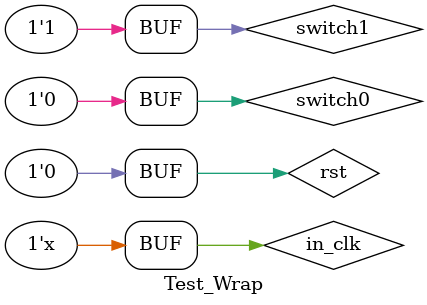
<source format=v>
`timescale 1ns / 1ps


module Test_Wrap();
reg in_clk,rst,switch0=0,switch1=1;
wire [3:0]led;
wire [7:0]counter;
wire clk_out;
Wrap_around_Led wrap(in_clk,rst,switch0,switch1,clk_out,counter,led);
initial
begin
rst=1;in_clk=0;
#10 rst=1;
#10 rst=0;
#10 rst=1;
#10 rst=0;
end

always
#1 in_clk=~in_clk;

endmodule
</source>
